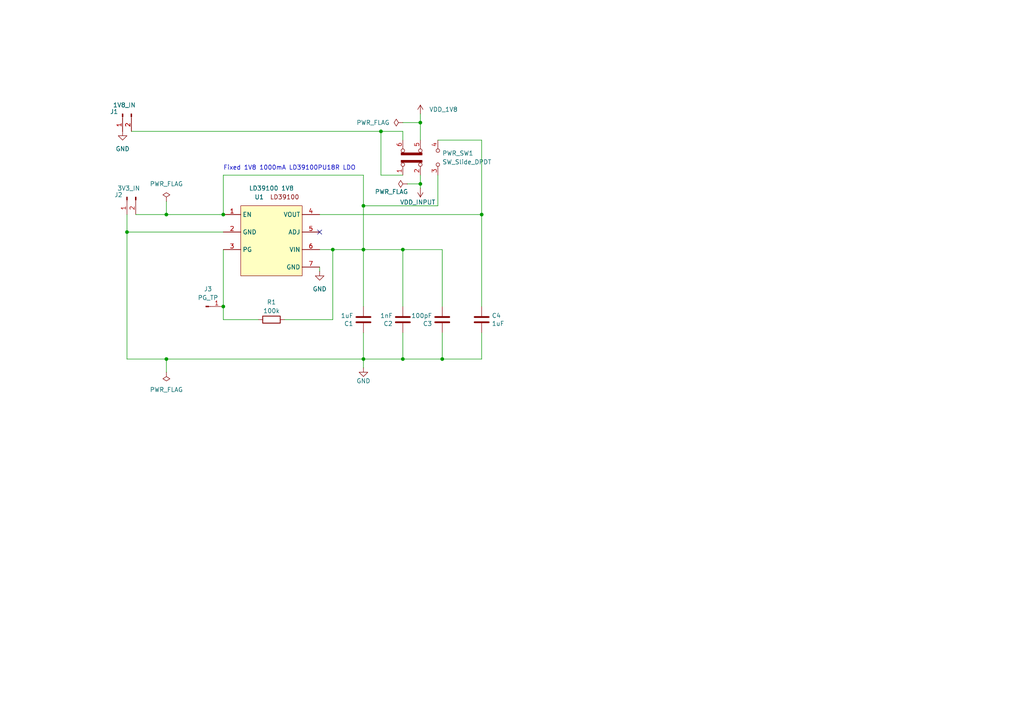
<source format=kicad_sch>
(kicad_sch (version 20231120) (generator "eeschema") (generator_version "8.0")
  (paper "A4")
  (lib_symbols
    (symbol "Connector:Conn_01x01_Pin" (pin_names (offset 1.016) hide)
      (property "Reference" "J" (at 0 2.54 0))
      (property "Value" "Conn_01x01_Pin" (at 0 -2.54 0))
      (symbol "Conn_01x01_Pin_1_1"
        (polyline (pts (xy 1.27 0) (xy 0.8636 0)) (stroke (width 0.1524)))
        (rectangle (start 0.8636 0.127) (end 0 -0.127) (stroke (width 0.1524)) (fill (type outline)))
        (pin passive line (at 5.08 0 180) (length 3.81) (name "Pin_1") (number "1"))
      )
    )
    (symbol "Connector:Conn_01x02_Pin" (pin_names (offset 1.016) hide)
      (property "Reference" "J" (at 0 2.54 0))
      (property "Value" "Conn_01x02_Pin" (at 0 -5.08 0))
      (symbol "Conn_01x02_Pin_1_1"
        (polyline (pts (xy 1.27 -2.54) (xy 0.8636 -2.54)) (stroke (width 0.1524)))
        (polyline (pts (xy 1.27 0) (xy 0.8636 0)) (stroke (width 0.1524)))
        (rectangle (start 0.8636 -2.413) (end 0 -2.667) (stroke (width 0.1524)) (fill (type outline)))
        (rectangle (start 0.8636 0.127) (end 0 -0.127) (stroke (width 0.1524)) (fill (type outline)))
        (pin passive line (at 5.08 0 180) (length 3.81) (name "Pin_1") (number "1"))
        (pin passive line (at 5.08 -2.54 180) (length 3.81) (name "Pin_2") (number "2"))
      )
    )
    (symbol "Device:C" (pin_numbers hide) (pin_names (offset 0.254))
      (property "Reference" "C" (at 0.635 2.54 0))
      (property "Value" "C" (at 0.635 -2.54 0))
      (symbol "C_0_1"
        (polyline (pts (xy -2.032 -0.762) (xy 2.032 -0.762)) (stroke (width 0.508)))
        (polyline (pts (xy -2.032 0.762) (xy 2.032 0.762)) (stroke (width 0.508)))
      )
      (symbol "C_1_1"
        (pin passive line (at 0 3.81 270) (length 2.794) (name "~") (number "1"))
        (pin passive line (at 0 -3.81 90) (length 2.794) (name "~") (number "2"))
      )
    )
    (symbol "Device:R" (pin_numbers hide) (pin_names (offset 0))
      (property "Reference" "R" (at 2.032 0 90))
      (property "Value" "R" (at 0 0 90))
      (symbol "R_0_1"
        (rectangle (start -1.016 -2.54) (end 1.016 2.54) (stroke (width 0.254)))
      )
      (symbol "R_1_1"
        (pin passive line (at 0 3.81 270) (length 1.27) (name "~") (number "1"))
        (pin passive line (at 0 -3.81 90) (length 1.27) (name "~") (number "2"))
      )
    )
    (symbol "Switch:SW_Slide_DPDT" (pin_names (offset 0) hide)
      (property "Reference" "SW" (at 0 6.858 0))
      (property "Value" "SW_Slide_DPDT" (at 0 -8.128 0))
      (symbol "SW_Slide_DPDT_0_0"
        (circle (center -2.032 -5.08) (radius 0.508))
        (circle (center -2.032 5.08) (radius 0.508))
        (circle (center 2.032 -5.08) (radius 0.508))
        (circle (center 2.032 0) (radius 0.508))
      )
      (symbol "SW_Slide_DPDT_0_1"
        (circle (center -2.032 0) (radius 0.508))
        (circle (center 2.032 5.08) (radius 0.508))
      )
      (symbol "SW_Slide_DPDT_1_1"
        (rectangle (start -1.397 5.588) (end -0.762 -0.508) (fill (type outline)))
        (rectangle (start 0.762 5.588) (end 1.397 -0.508) (fill (type outline)))
        (pin passive line (at -5.08 5.08 0) (length 2.54) (name "A") (number "1"))
        (pin passive line (at -5.08 0 0) (length 2.54) (name "B") (number "2"))
        (pin passive line (at -5.08 -5.08 0) (length 2.54) (name "C") (number "3"))
        (pin passive line (at 5.08 -5.08 180) (length 2.54) (name "A") (number "4"))
        (pin passive line (at 5.08 0 180) (length 2.54) (name "B") (number "5"))
        (pin passive line (at 5.08 5.08 180) (length 2.54) (name "C") (number "6"))
      )
    )
    (symbol "breakoutboard:LD39100"
      (property "Reference" "U" (at -5.08 7.62 0))
      (symbol "LD39100_1_1"
        (rectangle (start -7.62 5.08) (end 10.16 -15.24) (fill (type background)))
        (text "LD39100" (at 5.08 7.62 0) (effects (font (size 1.27 1.27))))
        (pin power_in line (at -12.7 2.54 0) (length 5.08) (name "EN") (number "1"))
        (pin power_in line (at -12.7 -2.54 0) (length 5.08) (name "GND") (number "2"))
        (pin output line (at -12.7 -7.62 0) (length 5.08) (name "PG") (number "3"))
        (pin power_out line (at 15.24 2.54 180) (length 5.08) (name "VOUT") (number "4"))
        (pin input line (at 15.24 -2.54 180) (length 5.08) (name "ADJ") (number "5"))
        (pin power_in line (at 15.24 -7.62 180) (length 5.08) (name "VIN") (number "6"))
        (pin power_in line (at 15.24 -12.7 180) (length 5.08) (name "GND") (number "7"))
      )
    )
    (symbol "power:+1V8" (power) (pin_numbers hide) (pin_names (offset 0) hide)
      (property "Value" "+1V8" (at 0 3.556 0))
      (symbol "+1V8_0_1"
        (polyline (pts (xy -0.762 1.27) (xy 0 2.54)))
        (polyline (pts (xy 0 0) (xy 0 2.54)))
        (polyline (pts (xy 0 2.54) (xy 0.762 1.27)))
      )
      (symbol "+1V8_1_1"
        (pin power_in line (at 0 0 90) (length 0) (name "~") (number "1"))
      )
    )
    (symbol "power:GND" (power) (pin_numbers hide) (pin_names (offset 0) hide)
      (property "Value" "GND" (at 0 -3.81 0))
      (symbol "GND_0_1"
        (polyline (pts (xy 0 0) (xy 0 -1.27) (xy 1.27 -1.27) (xy 0 -2.54) (xy -1.27 -1.27) (xy 0 -1.27)))
      )
      (symbol "GND_1_1"
        (pin power_in line (at 0 0 270) (length 0) (name "~") (number "1"))
      )
    )
    (symbol "power:PWR_FLAG" (power) (pin_numbers hide) (pin_names (offset 0) hide)
      (property "Value" "PWR_FLAG" (at 0 3.81 0))
      (symbol "PWR_FLAG_0_0"
        (pin power_out line (at 0 0 90) (length 0) (name "~") (number "1"))
      )
      (symbol "PWR_FLAG_0_1"
        (polyline (pts (xy 0 0) (xy 0 1.27) (xy -1.016 1.905) (xy 0 2.54) (xy 1.016 1.905) (xy 0 1.27)))
      )
    )
    (symbol "power:VDD" (power) (pin_numbers hide) (pin_names (offset 0) hide)
      (property "Value" "VDD" (at 0 3.556 0))
      (symbol "VDD_0_1"
        (polyline (pts (xy -0.762 1.27) (xy 0 2.54)))
        (polyline (pts (xy 0 0) (xy 0 2.54)))
        (polyline (pts (xy 0 2.54) (xy 0.762 1.27)))
      )
      (symbol "VDD_1_1"
        (pin power_in line (at 0 0 90) (length 0) (name "~") (number "1"))
      )
    )
  )
  (junction (at 48.26 104.14))
  (junction (at 64.77 62.23))
  (junction (at 139.7 62.23))
  (junction (at 48.26 62.23))
  (junction (at 128.27 104.14))
  (junction (at 64.77 88.9))
  (junction (at 36.83 67.31))
  (junction (at 116.84 104.14))
  (junction (at 110.49 38.1))
  (junction (at 96.52 72.39))
  (junction (at 121.92 53.34))
  (junction (at 121.92 35.56))
  (junction (at 105.41 104.14))
  (junction (at 116.84 72.39))
  (junction (at 105.41 59.69))
  (junction (at 105.41 72.39))
  (no_connect (at 92.71 67.31))
  (wire (pts (xy 64.77 62.23) (xy 64.77 50.8)))
  (wire (pts (xy 121.92 35.56) (xy 121.92 40.64)))
  (wire (pts (xy 92.71 77.47) (xy 92.71 78.74)))
  (wire (pts (xy 82.55 92.71) (xy 96.52 92.71)))
  (wire (pts (xy 64.77 88.9) (xy 64.77 92.71)))
  (wire (pts (xy 36.83 62.23) (xy 36.83 67.31)))
  (wire (pts (xy 105.41 72.39) (xy 116.84 72.39)))
  (wire (pts (xy 92.71 62.23) (xy 139.7 62.23)))
  (wire (pts (xy 116.84 96.52) (xy 116.84 104.14)))
  (wire (pts (xy 110.49 38.1) (xy 116.84 38.1)))
  (wire (pts (xy 105.41 104.14) (xy 116.84 104.14)))
  (wire (pts (xy 110.49 50.8) (xy 110.49 38.1)))
  (wire (pts (xy 116.84 72.39) (xy 116.84 88.9)))
  (wire (pts (xy 128.27 96.52) (xy 128.27 104.14)))
  (wire (pts (xy 92.71 72.39) (xy 96.52 72.39)))
  (wire (pts (xy 105.41 50.8) (xy 105.41 59.69)))
  (wire (pts (xy 116.84 35.56) (xy 121.92 35.56)))
  (wire (pts (xy 139.7 62.23) (xy 139.7 88.9)))
  (wire (pts (xy 96.52 72.39) (xy 105.41 72.39)))
  (wire (pts (xy 105.41 96.52) (xy 105.41 104.14)))
  (wire (pts (xy 121.92 33.02) (xy 121.92 35.56)))
  (wire (pts (xy 121.92 50.8) (xy 121.92 53.34)))
  (wire (pts (xy 48.26 58.42) (xy 48.26 62.23)))
  (wire (pts (xy 121.92 54.61) (xy 121.92 53.34)))
  (wire (pts (xy 116.84 72.39) (xy 128.27 72.39)))
  (wire (pts (xy 64.77 50.8) (xy 105.41 50.8)))
  (wire (pts (xy 39.37 62.23) (xy 48.26 62.23)))
  (wire (pts (xy 105.41 104.14) (xy 105.41 106.68)))
  (wire (pts (xy 116.84 104.14) (xy 128.27 104.14)))
  (wire (pts (xy 116.84 40.64) (xy 116.84 38.1)))
  (wire (pts (xy 64.77 92.71) (xy 74.93 92.71)))
  (wire (pts (xy 48.26 62.23) (xy 64.77 62.23)))
  (wire (pts (xy 105.41 59.69) (xy 127 59.69)))
  (wire (pts (xy 48.26 104.14) (xy 48.26 107.95)))
  (wire (pts (xy 116.84 50.8) (xy 110.49 50.8)))
  (wire (pts (xy 128.27 104.14) (xy 139.7 104.14)))
  (wire (pts (xy 36.83 67.31) (xy 64.77 67.31)))
  (wire (pts (xy 36.83 104.14) (xy 48.26 104.14)))
  (wire (pts (xy 127 59.69) (xy 127 50.8)))
  (wire (pts (xy 105.41 59.69) (xy 105.41 72.39)))
  (wire (pts (xy 139.7 40.64) (xy 127 40.64)))
  (wire (pts (xy 139.7 62.23) (xy 139.7 40.64)))
  (wire (pts (xy 139.7 96.52) (xy 139.7 104.14)))
  (wire (pts (xy 38.1 38.1) (xy 110.49 38.1)))
  (wire (pts (xy 64.77 72.39) (xy 64.77 88.9)))
  (wire (pts (xy 118.11 53.34) (xy 121.92 53.34)))
  (wire (pts (xy 105.41 72.39) (xy 105.41 88.9)))
  (wire (pts (xy 48.26 104.14) (xy 105.41 104.14)))
  (wire (pts (xy 96.52 72.39) (xy 96.52 92.71)))
  (wire (pts (xy 36.83 67.31) (xy 36.83 104.14)))
  (wire (pts (xy 128.27 88.9) (xy 128.27 72.39)))
  (text "Fixed 1V8 1000mA LD39100PU18R LDO" (at 64.77 49.53 0) (effects (font (size 1.27 1.27)) (justify left bottom)))
  (symbol (lib_id "Device:R") (at 78.74 92.71 90) (unit 1)
    (property "Reference" "R1" (at 78.74 87.63 90))
    (property "Value" "100k" (at 78.74 90.17 90))
    (property "Footprint" "Resistor_SMD:R_0402_1005Metric" (effects (hide yes)))
    (property "Description" "Resistor" (effects (hide yes)))
  )
  (symbol (lib_id "power:PWR_FLAG") (at 48.26 58.42 0) (unit 1)
    (property "Reference" "#FLG01" (effects (hide yes)))
    (property "Value" "PWR_FLAG" (at 48.26 53.34 0))
    (property "Description" "Special symbol for telling ERC where power comes from" (effects (hide yes)))
  )
  (symbol (lib_id "power:GND") (at 92.71 78.74 0) (unit 1)
    (property "Reference" "#PWR02" (effects (hide yes)))
    (property "Value" "GND" (at 92.71 83.82 0))
    (property "Description" "Power symbol creates a global label with name \"GND\" , ground" (effects (hide yes)))
  )
  (symbol (lib_id "Device:C") (at 105.41 92.71 180) (unit 1)
    (property "Reference" "C1" (at 102.489 93.8784 0) (effects (justify left)))
    (property "Value" "1uF" (at 102.489 91.567 0) (effects (justify left)))
    (property "Footprint" "Capacitor_SMD:C_0402_1005Metric" (effects (hide yes)))
    (property "Description" "Unpolarized capacitor" (effects (hide yes)))
    (property "MPN" "GCM188R71E105KA64D" (effects (hide yes)))
    (property "SKU1" "digikey:490-10673-1-ND" (effects (hide yes)))
  )
  (symbol (lib_id "Connector:Conn_01x02_Pin") (at 35.56 33.02 90) (mirror x) (unit 1)
    (property "Reference" "J1" (at 34.29 32.385 90) (effects (justify left)))
    (property "Value" "1V8_IN" (at 39.37 30.48 90) (effects (justify left)))
    (property "Footprint" "Connector_PinHeader_2.54mm:PinHeader_1x02_P2.54mm_Vertical" (effects (hide yes)))
    (property "Description" "Generic connector, single row, 01x02, script generated" (effects (hide yes)))
  )
  (symbol (lib_id "power:GND") (at 105.41 106.68 0) (unit 1)
    (property "Reference" "#PWR03" (effects (hide yes)))
    (property "Value" "GND" (at 105.41 110.49 0))
    (property "Description" "Power symbol creates a global label with name \"GND\" , ground" (effects (hide yes)))
  )
  (symbol (lib_id "power:+1V8") (at 121.92 33.02 0) (unit 1)
    (property "Reference" "#PWR04" (effects (hide yes)))
    (property "Value" "VDD_1V8" (at 124.46 31.7499 0) (effects (justify left)))
    (property "Description" "Power symbol creates a global label with name \"+1V8\"" (effects (hide yes)))
  )
  (symbol (lib_id "Connector:Conn_01x01_Pin") (at 59.69 88.9 0) (unit 1)
    (property "Reference" "J3" (at 60.325 83.82 0))
    (property "Value" "PG_TP" (at 60.325 86.36 0))
    (property "Footprint" "Connector_PinHeader_2.54mm:PinHeader_1x01_P2.54mm_Vertical" (effects (hide yes)))
    (property "Description" "Generic connector, single row, 01x01, script generated" (effects (hide yes)))
  )
  (symbol (lib_id "breakoutboard:LD39100") (at 77.47 64.77 0) (unit 1)
    (property "Reference" "U1" (at 75.184 57.15 0))
    (property "Value" "LD39100 1V8" (at 78.74 54.61 0))
    (property "Footprint" "breakoutboard:DFN_00PU33R_STM-L" (effects (hide yes)))
  )
  (symbol (lib_id "power:PWR_FLAG") (at 118.11 53.34 90) (unit 1)
    (property "Reference" "#FLG04" (effects (hide yes)))
    (property "Value" "PWR_FLAG" (at 118.364 55.626 90) (effects (justify left)))
    (property "Description" "Special symbol for telling ERC where power comes from" (effects (hide yes)))
  )
  (symbol (lib_id "power:VDD") (at 121.92 54.61 180) (unit 1)
    (property "Reference" "#PWR05" (effects (hide yes)))
    (property "Value" "VDD_INPUT" (at 121.158 58.674 0))
    (property "Description" "Power symbol creates a global label with name \"VDD\"" (effects (hide yes)))
  )
  (symbol (lib_id "Device:C") (at 116.84 92.71 180) (unit 1)
    (property "Reference" "C2" (at 113.919 93.8784 0) (effects (justify left)))
    (property "Value" "1nF" (at 113.919 91.567 0) (effects (justify left)))
    (property "Footprint" "Capacitor_SMD:C_0402_1005Metric" (effects (hide yes)))
    (property "Description" "Unpolarized capacitor" (effects (hide yes)))
    (property "MPN" "GCM188R71E105KA64D" (effects (hide yes)))
    (property "SKU1" "digikey:490-10673-1-ND" (effects (hide yes)))
  )
  (symbol (lib_id "power:PWR_FLAG") (at 116.84 35.56 90) (unit 1)
    (property "Reference" "#FLG03" (effects (hide yes)))
    (property "Value" "PWR_FLAG" (at 113.03 35.5599 90) (effects (justify left)))
    (property "Description" "Special symbol for telling ERC where power comes from" (effects (hide yes)))
  )
  (symbol (lib_id "Connector:Conn_01x02_Pin") (at 36.83 57.15 90) (mirror x) (unit 1)
    (property "Reference" "J2" (at 35.56 56.515 90) (effects (justify left)))
    (property "Value" "3V3_IN" (at 40.64 54.61 90) (effects (justify left)))
    (property "Footprint" "Connector_PinHeader_2.54mm:PinHeader_1x02_P2.54mm_Vertical" (effects (hide yes)))
    (property "Description" "Generic connector, single row, 01x02, script generated" (effects (hide yes)))
  )
  (symbol (lib_id "power:GND") (at 35.56 38.1 0) (unit 1)
    (property "Reference" "#PWR01" (effects (hide yes)))
    (property "Value" "GND" (at 35.56 43.18 0))
    (property "Description" "Power symbol creates a global label with name \"GND\" , ground" (effects (hide yes)))
  )
  (symbol (lib_id "Device:C") (at 128.27 92.71 180) (unit 1)
    (property "Reference" "C3" (at 125.349 93.8784 0) (effects (justify left)))
    (property "Value" "100pF" (at 125.349 91.567 0) (effects (justify left)))
    (property "Footprint" "Capacitor_SMD:C_0402_1005Metric" (effects (hide yes)))
    (property "Description" "Unpolarized capacitor" (effects (hide yes)))
    (property "MPN" "GCM188R71E105KA64D" (effects (hide yes)))
    (property "SKU1" "digikey:490-10673-1-ND" (effects (hide yes)))
  )
  (symbol (lib_id "Device:C") (at 139.7 92.71 0) (unit 1)
    (property "Reference" "C4" (at 142.621 91.5416 0) (effects (justify left)))
    (property "Value" "1uF" (at 142.621 93.853 0) (effects (justify left)))
    (property "Footprint" "Capacitor_SMD:C_0402_1005Metric" (effects (hide yes)))
    (property "Description" "Unpolarized capacitor" (effects (hide yes)))
    (property "MPN" "GCM188R71E105KA64D" (effects (hide yes)))
    (property "SKU1" "digikey:490-10673-1-ND" (effects (hide yes)))
  )
  (symbol (lib_id "power:PWR_FLAG") (at 48.26 107.95 180) (unit 1)
    (property "Reference" "#FLG02" (effects (hide yes)))
    (property "Value" "PWR_FLAG" (at 48.26 113.03 0))
    (property "Description" "Special symbol for telling ERC where power comes from" (effects (hide yes)))
  )
  (symbol (lib_id "Switch:SW_Slide_DPDT") (at 121.92 45.72 90) (unit 1)
    (property "Reference" "PWR_SW1" (at 128.27 44.4499 90) (effects (justify right)))
    (property "Value" "SW_Slide_DPDT" (at 128.27 46.9899 90) (effects (justify right)))
    (property "Footprint" "Button_Switch_THT:SW_CK_JS202011CQN_DPDT_Straight" (effects (hide yes)))
    (property "Description" "Slide Switch, dual pole double throw" (effects (hide yes)))
  )
)
</source>
